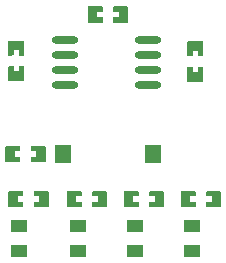
<source format=gtp>
G04 Layer: TopPasteMaskLayer*
G04 EasyEDA v6.5.34, 2023-09-24 11:42:33*
G04 85920c42d4f548bdae791b01a5babccf,ed70181f279245e6aff80281ee7dc86a,10*
G04 Gerber Generator version 0.2*
G04 Scale: 100 percent, Rotated: No, Reflected: No *
G04 Dimensions in millimeters *
G04 leading zeros omitted , absolute positions ,4 integer and 5 decimal *
%FSLAX45Y45*%
%MOMM*%

%ADD10O,2.2500082X0.6299962*%
%ADD11R,1.3970X1.0160*%
%ADD12R,1.4000X1.5000*%

%LPD*%
G36*
X4153001Y5060086D02*
G01*
X4147972Y5055108D01*
X4147972Y4927092D01*
X4153001Y4922113D01*
X4268012Y4922113D01*
X4272991Y4927092D01*
X4272483Y4969103D01*
X4228490Y4969103D01*
X4228490Y5014112D01*
X4273499Y5014112D01*
X4272991Y5055108D01*
X4268012Y5060086D01*
G37*
G36*
X4367987Y5060086D02*
G01*
X4363008Y5055108D01*
X4363516Y5014112D01*
X4407509Y5014112D01*
X4407509Y4969103D01*
X4363008Y4969103D01*
X4363008Y4927092D01*
X4367987Y4922113D01*
X4482998Y4922113D01*
X4487976Y4927092D01*
X4487976Y5055108D01*
X4482998Y5060086D01*
G37*
G36*
X4851501Y6241186D02*
G01*
X4846472Y6236208D01*
X4846472Y6108192D01*
X4851501Y6103213D01*
X4966512Y6103213D01*
X4971491Y6108192D01*
X4970983Y6150203D01*
X4926990Y6150203D01*
X4926990Y6195212D01*
X4971999Y6195212D01*
X4971491Y6236208D01*
X4966512Y6241186D01*
G37*
G36*
X5066487Y6241186D02*
G01*
X5061508Y6236208D01*
X5062016Y6195212D01*
X5106009Y6195212D01*
X5106009Y6150203D01*
X5061508Y6150203D01*
X5061508Y6108192D01*
X5066487Y6103213D01*
X5181498Y6103213D01*
X5186476Y6108192D01*
X5186476Y6236208D01*
X5181498Y6241186D01*
G37*
G36*
X5691124Y5945987D02*
G01*
X5686094Y5941009D01*
X5686094Y5825998D01*
X5691124Y5821019D01*
X5733084Y5821476D01*
X5733084Y5865520D01*
X5778093Y5865520D01*
X5778093Y5820511D01*
X5819089Y5821019D01*
X5824118Y5825998D01*
X5824118Y5941009D01*
X5819089Y5945987D01*
G37*
G36*
X5691124Y5731002D02*
G01*
X5686094Y5726023D01*
X5686094Y5611012D01*
X5691124Y5605983D01*
X5819089Y5605983D01*
X5824118Y5611012D01*
X5824118Y5726023D01*
X5819089Y5731002D01*
X5778093Y5730494D01*
X5778093Y5686501D01*
X5733084Y5686501D01*
X5733084Y5731002D01*
G37*
G36*
X4216806Y5736488D02*
G01*
X4175810Y5735980D01*
X4170781Y5731002D01*
X4170781Y5615990D01*
X4175810Y5611012D01*
X4303776Y5611012D01*
X4308805Y5615990D01*
X4308805Y5731002D01*
X4303776Y5735980D01*
X4261815Y5735523D01*
X4261815Y5691479D01*
X4216806Y5691479D01*
G37*
G36*
X4175810Y5951016D02*
G01*
X4170781Y5945987D01*
X4170781Y5830976D01*
X4175810Y5825998D01*
X4216806Y5826506D01*
X4216806Y5870498D01*
X4261815Y5870498D01*
X4261815Y5825998D01*
X4303776Y5825998D01*
X4308805Y5830976D01*
X4308805Y5945987D01*
X4303776Y5951016D01*
G37*
G36*
X5638901Y4679086D02*
G01*
X5633872Y4674108D01*
X5633872Y4546092D01*
X5638901Y4541113D01*
X5753912Y4541113D01*
X5758891Y4546092D01*
X5758383Y4588103D01*
X5714390Y4588103D01*
X5714390Y4633112D01*
X5759399Y4633112D01*
X5758891Y4674108D01*
X5753912Y4679086D01*
G37*
G36*
X5853887Y4679086D02*
G01*
X5848908Y4674108D01*
X5849416Y4633112D01*
X5893409Y4633112D01*
X5893409Y4588103D01*
X5848908Y4588103D01*
X5848908Y4546092D01*
X5853887Y4541113D01*
X5968898Y4541113D01*
X5973876Y4546092D01*
X5973876Y4674108D01*
X5968898Y4679086D01*
G37*
G36*
X5156301Y4679086D02*
G01*
X5151272Y4674108D01*
X5151272Y4546092D01*
X5156301Y4541113D01*
X5271312Y4541113D01*
X5276291Y4546092D01*
X5275783Y4588103D01*
X5231790Y4588103D01*
X5231790Y4633112D01*
X5276799Y4633112D01*
X5276291Y4674108D01*
X5271312Y4679086D01*
G37*
G36*
X5371287Y4679086D02*
G01*
X5366308Y4674108D01*
X5366816Y4633112D01*
X5410809Y4633112D01*
X5410809Y4588103D01*
X5366308Y4588103D01*
X5366308Y4546092D01*
X5371287Y4541113D01*
X5486298Y4541113D01*
X5491276Y4546092D01*
X5491276Y4674108D01*
X5486298Y4679086D01*
G37*
G36*
X4673701Y4679086D02*
G01*
X4668672Y4674108D01*
X4668672Y4546092D01*
X4673701Y4541113D01*
X4788712Y4541113D01*
X4793691Y4546092D01*
X4793183Y4588103D01*
X4749190Y4588103D01*
X4749190Y4633112D01*
X4794199Y4633112D01*
X4793691Y4674108D01*
X4788712Y4679086D01*
G37*
G36*
X4888687Y4679086D02*
G01*
X4883708Y4674108D01*
X4884216Y4633112D01*
X4928209Y4633112D01*
X4928209Y4588103D01*
X4883708Y4588103D01*
X4883708Y4546092D01*
X4888687Y4541113D01*
X5003698Y4541113D01*
X5008676Y4546092D01*
X5008676Y4674108D01*
X5003698Y4679086D01*
G37*
G36*
X4178401Y4679086D02*
G01*
X4173372Y4674108D01*
X4173372Y4546092D01*
X4178401Y4541113D01*
X4293412Y4541113D01*
X4298391Y4546092D01*
X4297883Y4588103D01*
X4253890Y4588103D01*
X4253890Y4633112D01*
X4298899Y4633112D01*
X4298391Y4674108D01*
X4293412Y4679086D01*
G37*
G36*
X4393387Y4679086D02*
G01*
X4388408Y4674108D01*
X4388916Y4633112D01*
X4432909Y4633112D01*
X4432909Y4588103D01*
X4388408Y4588103D01*
X4388408Y4546092D01*
X4393387Y4541113D01*
X4508398Y4541113D01*
X4513376Y4546092D01*
X4513376Y4674108D01*
X4508398Y4679086D01*
G37*
D10*
G01*
X4650790Y5956300D03*
G01*
X4650790Y5829300D03*
G01*
X4650790Y5702300D03*
G01*
X4650790Y5575300D03*
G01*
X5356809Y5956300D03*
G01*
X5356809Y5829300D03*
G01*
X5356809Y5702300D03*
G01*
X5356809Y5575300D03*
D11*
G01*
X4267225Y4386554D03*
G01*
X4267225Y4173194D03*
G01*
X4762525Y4386554D03*
G01*
X4762525Y4173194D03*
G01*
X5245125Y4386554D03*
G01*
X5245125Y4173194D03*
G01*
X5727725Y4386554D03*
G01*
X5727725Y4173194D03*
D12*
G01*
X4636515Y4991100D03*
G01*
X5396484Y4991100D03*
M02*

</source>
